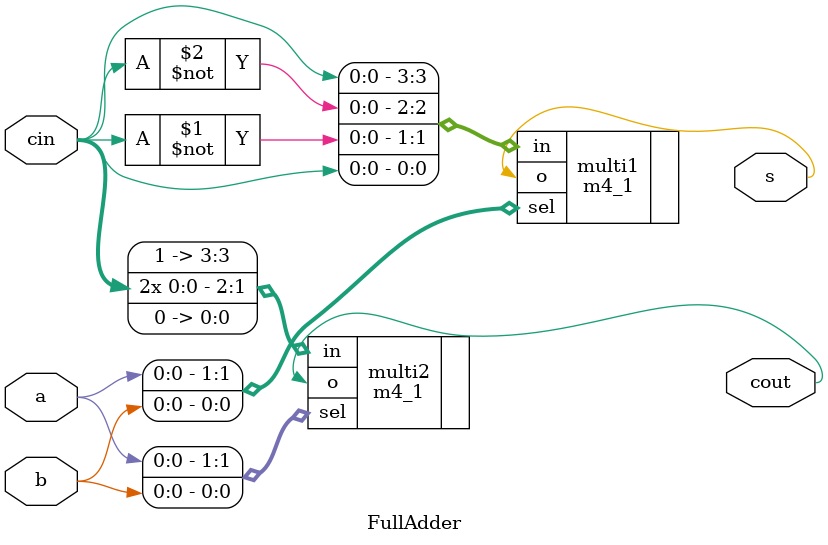
<source format=v>
`timescale 1ns / 1ps


module FullAdder(
    input cin,
    input a,
    input b,
    output s,
    output cout
    );
    
    m4_1 multi1 (.in({cin, ~cin, ~cin, cin}), .sel({a,b}), .o(s));
    m4_1 multi2 (.in({1'b1,cin,cin,1'b0}), .sel({a,b}), .o(cout));
    
endmodule

</source>
